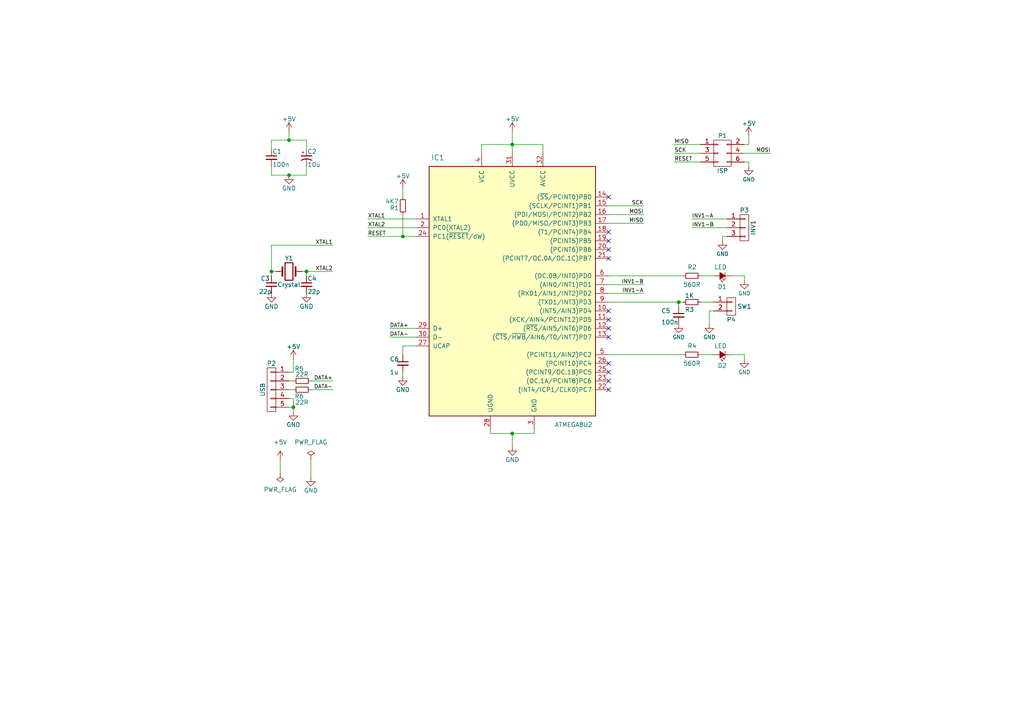
<source format=kicad_sch>
(kicad_sch (version 20211123) (generator eeschema)
  (paper "A4")
  (title_block (title "USB MIDIPOD") (date "2014-05-11") (rev "0.3") (company "Luc Hondareyte"))
  (lib_symbols
    (symbol "Device:CP1_Small" (pin_numbers hide) (pin_names (offset 0.254) hide)
      (property "Reference" "C" (at 0.254 1.778 0))
      (property "Value" "Device_CP1_Small" (at 0.254 -2.032 0))
      (symbol "CP1_Small_0_1"
        (polyline (pts (xy -1.524 0.508) (xy 1.524 0.508)) (stroke (width 0.3048)))
        (polyline (pts (xy -1.27 1.524) (xy -0.762 1.524)))
        (polyline (pts (xy -1.016 1.27) (xy -1.016 1.778)))
        (arc (start 1.524 -0.762) (mid 0 -0.3734) (end -1.524 -0.762) (stroke (width 0.3048)))
      )
      (symbol "CP1_Small_1_1"
        (pin passive line (at 0 2.54 270) (length 2.032) (name "~") (number "1"))
        (pin passive line (at 0 -2.54 90) (length 2.032) (name "~") (number "2"))
      )
    )
    (symbol "Device:C_Small" (pin_numbers hide) (pin_names (offset 0.254) hide)
      (property "Reference" "C" (at 0.254 1.778 0))
      (property "Value" "C_Small" (at 0.254 -2.032 0))
      (symbol "C_Small_0_1"
        (polyline (pts (xy -1.524 -0.508) (xy 1.524 -0.508)) (stroke (width 0.3302)))
        (polyline (pts (xy -1.524 0.508) (xy 1.524 0.508)) (stroke (width 0.3048)))
      )
      (symbol "C_Small_1_1"
        (pin passive line (at 0 2.54 270) (length 2.032) (name "~") (number "1"))
        (pin passive line (at 0 -2.54 90) (length 2.032) (name "~") (number "2"))
      )
    )
    (symbol "Device:Crystal" (pin_numbers hide) (pin_names (offset 1.016) hide)
      (property "Reference" "Y" (at 0 3.81 0))
      (property "Value" "Crystal" (at 0 -3.81 0))
      (symbol "Crystal_0_1"
        (rectangle (start -1.143 2.54) (end 1.143 -2.54) (stroke (width 0.3048)))
        (polyline (pts (xy -2.54 0) (xy -1.905 0)))
        (polyline (pts (xy -1.905 -1.27) (xy -1.905 1.27)) (stroke (width 0.508)))
        (polyline (pts (xy 1.905 -1.27) (xy 1.905 1.27)) (stroke (width 0.508)))
        (polyline (pts (xy 2.54 0) (xy 1.905 0)))
      )
      (symbol "Crystal_1_1"
        (pin passive line (at -3.81 0 0) (length 1.27) (name "1") (number "1"))
        (pin passive line (at 3.81 0 180) (length 1.27) (name "2") (number "2"))
      )
    )
    (symbol "Device:LED_Small_ALT" (pin_numbers hide) (pin_names (offset 0.254) hide)
      (property "Reference" "D" (at -1.27 3.175 0))
      (property "Value" "Device_LED_Small_ALT" (at -4.445 -2.54 0))
      (symbol "LED_Small_ALT_0_1"
        (polyline (pts (xy -0.762 -1.016) (xy -0.762 1.016)))
        (polyline (pts (xy 1.016 0) (xy -0.762 0)))
        (polyline (pts (xy 0.762 -1.016) (xy -0.762 0) (xy 0.762 1.016) (xy 0.762 -1.016)) (fill (type outline)))
        (polyline (pts (xy 0 0.762) (xy -0.508 1.27) (xy -0.254 1.27) (xy -0.508 1.27) (xy -0.508 1.016)))
        (polyline (pts (xy 0.508 1.27) (xy 0 1.778) (xy 0.254 1.778) (xy 0 1.778) (xy 0 1.524)))
      )
      (symbol "LED_Small_ALT_1_1"
        (pin passive line (at -2.54 0 0) (length 1.778) (name "K") (number "1"))
        (pin passive line (at 2.54 0 180) (length 1.778) (name "A") (number "2"))
      )
    )
    (symbol "Device:R_Small" (pin_numbers hide) (pin_names (offset 0.254) hide)
      (property "Reference" "R" (at 0.762 0.508 0))
      (property "Value" "R_Small" (at 0.762 -1.016 0))
      (symbol "R_Small_0_1"
        (rectangle (start -0.762 1.778) (end 0.762 -1.778) (stroke (width 0.2032)))
      )
      (symbol "R_Small_1_1"
        (pin passive line (at 0 2.54 270) (length 0.762) (name "~") (number "1"))
        (pin passive line (at 0 -2.54 90) (length 0.762) (name "~") (number "2"))
      )
    )
    (symbol "midipod-rescue:CONN_01X02" (pin_names (offset 1.016) hide)
      (property "Reference" "J" (at 0 3.81 0))
      (property "Value" "CONN_01X02" (at 2.54 0 90))
      (symbol "CONN_01X02_0_1"
        (rectangle (start -1.27 -1.143) (end 0.254 -1.397))
        (rectangle (start -1.27 1.397) (end 0.254 1.143))
        (rectangle (start -1.27 2.54) (end 1.27 -2.54))
      )
      (symbol "CONN_01X02_1_1"
        (pin passive line (at -5.08 1.27 0) (length 3.81) (name "P1") (number "1"))
        (pin passive line (at -5.08 -1.27 0) (length 3.81) (name "P2") (number "2"))
      )
    )
    (symbol "midipod-rescue:CONN_01X03" (pin_names (offset 1.016) hide)
      (property "Reference" "J" (at 0 5.08 0))
      (property "Value" "CONN_01X03" (at 2.54 0 90))
      (symbol "CONN_01X03_0_1"
        (rectangle (start -1.27 -2.413) (end 0.254 -2.667))
        (rectangle (start -1.27 0.127) (end 0.254 -0.127))
        (rectangle (start -1.27 2.667) (end 0.254 2.413))
        (rectangle (start -1.27 3.81) (end 1.27 -3.81))
      )
      (symbol "CONN_01X03_1_1"
        (pin passive line (at -5.08 2.54 0) (length 3.81) (name "P1") (number "1"))
        (pin passive line (at -5.08 0 0) (length 3.81) (name "P2") (number "2"))
        (pin passive line (at -5.08 -2.54 0) (length 3.81) (name "P3") (number "3"))
      )
    )
    (symbol "midipod-rescue:CONN_01X05" (pin_names (offset 1.016) hide)
      (property "Reference" "J" (at 0 7.62 0))
      (property "Value" "CONN_01X05" (at 2.54 0 90))
      (symbol "CONN_01X05_0_1"
        (rectangle (start -1.27 -4.953) (end 0.254 -5.207))
        (rectangle (start -1.27 -2.413) (end 0.254 -2.667))
        (rectangle (start -1.27 0.127) (end 0.254 -0.127))
        (rectangle (start -1.27 2.667) (end 0.254 2.413))
        (rectangle (start -1.27 5.207) (end 0.254 4.953))
        (rectangle (start -1.27 6.35) (end 1.27 -6.35))
      )
      (symbol "CONN_01X05_1_1"
        (pin passive line (at -5.08 5.08 0) (length 3.81) (name "P1") (number "1"))
        (pin passive line (at -5.08 2.54 0) (length 3.81) (name "P2") (number "2"))
        (pin passive line (at -5.08 0 0) (length 3.81) (name "P3") (number "3"))
        (pin passive line (at -5.08 -2.54 0) (length 3.81) (name "P4") (number "4"))
        (pin passive line (at -5.08 -5.08 0) (length 3.81) (name "P5") (number "5"))
      )
    )
    (symbol "midipod-rescue:CONN_02X03" (pin_names (offset 0.0254) hide)
      (property "Reference" "J" (at 0 5.08 0))
      (property "Value" "CONN_02X03" (at 0 -5.08 0))
      (symbol "CONN_02X03_0_1"
        (rectangle (start -2.54 -2.413) (end -1.27 -2.667))
        (rectangle (start -2.54 0.127) (end -1.27 -0.127))
        (rectangle (start -2.54 2.667) (end -1.27 2.413))
        (rectangle (start -2.54 3.81) (end 2.54 -3.81))
        (rectangle (start 1.27 -2.413) (end 2.54 -2.667))
        (rectangle (start 1.27 0.127) (end 2.54 -0.127))
        (rectangle (start 1.27 2.667) (end 2.54 2.413))
      )
      (symbol "CONN_02X03_1_1"
        (pin passive line (at -6.35 2.54 0) (length 3.81) (name "P1") (number "1"))
        (pin passive line (at 6.35 2.54 180) (length 3.81) (name "P2") (number "2"))
        (pin passive line (at -6.35 0 0) (length 3.81) (name "P3") (number "3"))
        (pin passive line (at 6.35 0 180) (length 3.81) (name "P4") (number "4"))
        (pin passive line (at -6.35 -2.54 0) (length 3.81) (name "P5") (number "5"))
        (pin passive line (at 6.35 -2.54 180) (length 3.81) (name "P6") (number "6"))
      )
    )
    (symbol "midipod-rescue:LFT-ATMEGA16U2" (pin_names (offset 1.016))
      (property "Reference" "IC" (at -21.59 39.37 0))
      (property "Value" "LFT-ATMEGA16U2" (at 17.78 -38.1 0))
      (property "Footprint" "TQFP-32" (at -3.81 1.27 0))
      (symbol "LFT-ATMEGA16U2_0_1"
        (rectangle (start -24.13 36.83) (end 24.13 -35.56) (stroke (width 0.254)) (fill (type background)))
      )
      (symbol "LFT-ATMEGA16U2_1_1"
        (pin input line (at -27.94 21.59 0) (length 3.81) (name "XTAL1") (number "1"))
        (pin bidirectional line (at 27.94 -5.08 180) (length 3.81) (name "(INT5/AIN3)PD4") (number "10"))
        (pin bidirectional line (at 27.94 -7.62 180) (length 3.81) (name "(XCK/AIN4/PCINT12)PD5") (number "11"))
        (pin bidirectional line (at 27.94 -10.16 180) (length 3.81) (name "(~{RTS}/AIN5/INT6)PD6") (number "12"))
        (pin bidirectional line (at 27.94 -12.7 180) (length 3.81) (name "(~{CTS}/~{HWB}/AIN6/T0/INT7)PD7") (number "13"))
        (pin bidirectional line (at 27.94 27.94 180) (length 3.81) (name "(~{SS}/PCINT0)PB0") (number "14"))
        (pin bidirectional line (at 27.94 25.4 180) (length 3.81) (name "(SCLK/PCINT1)PB1") (number "15"))
        (pin bidirectional line (at 27.94 22.86 180) (length 3.81) (name "(PDI/MOSI/PCINT2)PB2") (number "16"))
        (pin bidirectional line (at 27.94 20.32 180) (length 3.81) (name "(PD0/MISO/PCINT3)PB3") (number "17"))
        (pin bidirectional line (at 27.94 17.78 180) (length 3.81) (name "(T1/PCINT4)PB4") (number "18"))
        (pin bidirectional line (at 27.94 15.24 180) (length 3.81) (name "(PCINT5)PB5") (number "19"))
        (pin bidirectional line (at -27.94 19.05 0) (length 3.81) (name "PC0(XTAL2)") (number "2"))
        (pin bidirectional line (at 27.94 12.7 180) (length 3.81) (name "(PCINT6)PB6") (number "20"))
        (pin bidirectional line (at 27.94 10.16 180) (length 3.81) (name "(PCINT7/OC.0A/OC.1C)PB7") (number "21"))
        (pin bidirectional line (at 27.94 -27.94 180) (length 3.81) (name "(INT4/ICP1/CLK0)PC7") (number "22"))
        (pin bidirectional line (at 27.94 -25.4 180) (length 3.81) (name "(OC.1A/PCINT8)PC6") (number "23"))
        (pin bidirectional line (at -27.94 16.51 0) (length 3.81) (name "PC1(~{RESET}/dW)") (number "24"))
        (pin bidirectional line (at 27.94 -22.86 180) (length 3.81) (name "(PCINT9/OC.1B)PC5") (number "25"))
        (pin bidirectional line (at 27.94 -20.32 180) (length 3.81) (name "(PCINT10)PC4") (number "26"))
        (pin passive line (at -27.94 -15.24 0) (length 3.81) (name "UCAP") (number "27"))
        (pin power_in line (at -6.35 -39.37 90) (length 3.81) (name "UGND") (number "28"))
        (pin bidirectional line (at -27.94 -10.16 0) (length 3.81) (name "D+") (number "29"))
        (pin power_in line (at 6.35 -39.37 90) (length 3.81) (name "GND") (number "3"))
        (pin bidirectional line (at -27.94 -12.7 0) (length 3.81) (name "D-") (number "30"))
        (pin power_in line (at 0 40.64 270) (length 3.81) (name "UVCC") (number "31"))
        (pin power_in line (at 8.89 40.64 270) (length 3.81) (name "AVCC") (number "32"))
        (pin power_in line (at -8.89 40.64 270) (length 3.81) (name "VCC") (number "4"))
        (pin bidirectional line (at 27.94 -17.78 180) (length 3.81) (name "(PCINT11/AIN2)PC2") (number "5"))
        (pin bidirectional line (at 27.94 5.08 180) (length 3.81) (name "(OC.0B/INT0)PD0") (number "6"))
        (pin bidirectional line (at 27.94 2.54 180) (length 3.81) (name "(AIN0/INT1)PD1") (number "7"))
        (pin bidirectional line (at 27.94 0 180) (length 3.81) (name "(RXD1/AIN1/INT2)PD2") (number "8"))
        (pin bidirectional line (at 27.94 -2.54 180) (length 3.81) (name "(TXD1/INT3)PD3") (number "9"))
      )
    )
    (symbol "power:+5V" (power) (pin_names (offset 0))
      (property "Value" "+5V" (at 0 3.556 0))
      (symbol "+5V_0_1"
        (polyline (pts (xy -0.762 1.27) (xy 0 2.54)))
        (polyline (pts (xy 0 0) (xy 0 2.54)))
        (polyline (pts (xy 0 2.54) (xy 0.762 1.27)))
      )
      (symbol "+5V_1_1"
        (pin power_in line (at 0 0 90) (length 0) hide (name "+5V") (number "1"))
      )
    )
    (symbol "power:GND" (power) (pin_names (offset 0))
      (property "Value" "GND" (at 0 -3.81 0))
      (symbol "GND_0_1"
        (polyline (pts (xy 0 0) (xy 0 -1.27) (xy 1.27 -1.27) (xy 0 -2.54) (xy -1.27 -1.27) (xy 0 -1.27)))
      )
      (symbol "GND_1_1"
        (pin power_in line (at 0 0 270) (length 0) hide (name "GND") (number "1"))
      )
    )
    (symbol "power:PWR_FLAG" (power) (pin_numbers hide) (pin_names (offset 0) hide)
      (property "Value" "PWR_FLAG" (at 0 3.81 0))
      (symbol "PWR_FLAG_0_0"
        (pin power_out line (at 0 0 90) (length 0) (name "pwr") (number "1"))
      )
      (symbol "PWR_FLAG_0_1"
        (polyline (pts (xy 0 0) (xy 0 1.27) (xy -1.016 1.905) (xy 0 2.54) (xy 1.016 1.905) (xy 0 1.27)))
      )
    )
  )
  (junction (at 83.82 40.64))
  (junction (at 148.59 125.73))
  (junction (at 88.9 78.74))
  (junction (at 196.85 87.63))
  (junction (at 116.84 68.58))
  (junction (at 83.82 50.8))
  (junction (at 78.74 78.74))
  (junction (at 148.59 41.91))
  (junction (at 85.09 118.11))
  (no_connect (at 176.53 72.39))
  (no_connect (at 176.53 95.25))
  (no_connect (at 176.53 110.49))
  (no_connect (at 176.53 90.17))
  (no_connect (at 176.53 92.71))
  (no_connect (at 176.53 113.03))
  (no_connect (at 176.53 97.79))
  (no_connect (at 176.53 67.31))
  (no_connect (at 176.53 57.15))
  (no_connect (at 176.53 69.85))
  (no_connect (at 176.53 105.41))
  (no_connect (at 176.53 107.95))
  (no_connect (at 176.53 74.93))
  (wire (pts (xy 209.55 68.58) (xy 210.82 68.58)))
  (wire (pts (xy 113.03 97.79) (xy 120.65 97.79)))
  (wire (pts (xy 203.2 87.63) (xy 207.01 87.63)))
  (wire (pts (xy 106.68 68.58) (xy 116.84 68.58)))
  (wire (pts (xy 203.2 102.87) (xy 207.01 102.87)))
  (wire (pts (xy 83.82 113.03) (xy 85.09 113.03)))
  (wire (pts (xy 80.01 78.74) (xy 78.74 78.74)))
  (wire (pts (xy 139.7 44.45) (xy 139.7 41.91)))
  (wire (pts (xy 176.53 82.55) (xy 186.69 82.55)))
  (wire (pts (xy 215.9 44.45) (xy 223.52 44.45)))
  (wire (pts (xy 176.53 85.09) (xy 186.69 85.09)))
  (wire (pts (xy 142.24 124.46) (xy 142.24 125.73)))
  (wire (pts (xy 83.82 110.49) (xy 85.09 110.49)))
  (wire (pts (xy 83.82 107.95) (xy 85.09 107.95)))
  (wire (pts (xy 78.74 78.74) (xy 78.74 80.01)))
  (wire (pts (xy 176.53 80.01) (xy 198.12 80.01)))
  (wire (pts (xy 205.74 90.17) (xy 207.01 90.17)))
  (wire (pts (xy 90.17 110.49) (xy 96.52 110.49)))
  (wire (pts (xy 87.63 78.74) (xy 88.9 78.74)))
  (wire (pts (xy 212.09 80.01) (xy 215.9 80.01)))
  (wire (pts (xy 116.84 62.23) (xy 116.84 68.58)))
  (wire (pts (xy 209.55 69.85) (xy 209.55 68.58)))
  (wire (pts (xy 83.82 40.64) (xy 88.9 40.64)))
  (wire (pts (xy 148.59 41.91) (xy 148.59 44.45)))
  (wire (pts (xy 116.84 68.58) (xy 120.65 68.58)))
  (wire (pts (xy 106.68 63.5) (xy 120.65 63.5)))
  (wire (pts (xy 116.84 109.22) (xy 116.84 107.95)))
  (wire (pts (xy 106.68 66.04) (xy 120.65 66.04)))
  (wire (pts (xy 157.48 41.91) (xy 157.48 44.45)))
  (wire (pts (xy 196.85 87.63) (xy 198.12 87.63)))
  (wire (pts (xy 176.53 62.23) (xy 186.69 62.23)))
  (wire (pts (xy 200.66 66.04) (xy 210.82 66.04)))
  (wire (pts (xy 217.17 46.99) (xy 217.17 48.26)))
  (wire (pts (xy 88.9 78.74) (xy 88.9 80.01)))
  (wire (pts (xy 85.09 107.95) (xy 85.09 104.14)))
  (wire (pts (xy 176.53 87.63) (xy 196.85 87.63)))
  (wire (pts (xy 148.59 38.1) (xy 148.59 41.91)))
  (wire (pts (xy 116.84 57.15) (xy 116.84 54.61)))
  (wire (pts (xy 148.59 125.73) (xy 148.59 129.54)))
  (wire (pts (xy 113.03 95.25) (xy 120.65 95.25)))
  (wire (pts (xy 78.74 71.12) (xy 78.74 78.74)))
  (wire (pts (xy 83.82 50.8) (xy 88.9 50.8)))
  (wire (pts (xy 196.85 87.63) (xy 196.85 88.9)))
  (wire (pts (xy 81.28 137.16) (xy 81.28 133.35)))
  (wire (pts (xy 120.65 100.33) (xy 116.84 100.33)))
  (wire (pts (xy 195.58 44.45) (xy 203.2 44.45)))
  (wire (pts (xy 90.17 113.03) (xy 96.52 113.03)))
  (wire (pts (xy 148.59 125.73) (xy 154.94 125.73)))
  (wire (pts (xy 205.74 93.98) (xy 205.74 90.17)))
  (wire (pts (xy 88.9 50.8) (xy 88.9 48.26)))
  (wire (pts (xy 203.2 80.01) (xy 207.01 80.01)))
  (wire (pts (xy 215.9 41.91) (xy 217.17 41.91)))
  (wire (pts (xy 83.82 40.64) (xy 83.82 38.1)))
  (wire (pts (xy 176.53 59.69) (xy 186.69 59.69)))
  (wire (pts (xy 215.9 102.87) (xy 215.9 104.14)))
  (wire (pts (xy 154.94 125.73) (xy 154.94 124.46)))
  (wire (pts (xy 78.74 40.64) (xy 83.82 40.64)))
  (wire (pts (xy 78.74 43.18) (xy 78.74 40.64)))
  (wire (pts (xy 176.53 102.87) (xy 198.12 102.87)))
  (wire (pts (xy 88.9 40.64) (xy 88.9 43.18)))
  (wire (pts (xy 85.09 115.57) (xy 85.09 118.11)))
  (wire (pts (xy 215.9 46.99) (xy 217.17 46.99)))
  (wire (pts (xy 215.9 80.01) (xy 215.9 81.28)))
  (wire (pts (xy 88.9 78.74) (xy 96.52 78.74)))
  (wire (pts (xy 195.58 41.91) (xy 203.2 41.91)))
  (wire (pts (xy 85.09 118.11) (xy 83.82 118.11)))
  (wire (pts (xy 85.09 118.11) (xy 85.09 119.38)))
  (wire (pts (xy 116.84 100.33) (xy 116.84 102.87)))
  (wire (pts (xy 142.24 125.73) (xy 148.59 125.73)))
  (wire (pts (xy 90.17 133.35) (xy 90.17 138.43)))
  (wire (pts (xy 78.74 50.8) (xy 83.82 50.8)))
  (wire (pts (xy 78.74 71.12) (xy 96.52 71.12)))
  (wire (pts (xy 83.82 115.57) (xy 85.09 115.57)))
  (wire (pts (xy 148.59 41.91) (xy 157.48 41.91)))
  (wire (pts (xy 176.53 64.77) (xy 186.69 64.77)))
  (wire (pts (xy 210.82 63.5) (xy 200.66 63.5)))
  (wire (pts (xy 78.74 48.26) (xy 78.74 50.8)))
  (wire (pts (xy 212.09 102.87) (xy 215.9 102.87)))
  (wire (pts (xy 195.58 46.99) (xy 203.2 46.99)))
  (wire (pts (xy 217.17 41.91) (xy 217.17 39.37)))
  (wire (pts (xy 139.7 41.91) (xy 148.59 41.91)))
  (label "XTAL2" (at 106.68 66.04 0) (effects (font (size 1.1176 1.1176))))
  (label "DATA+" (at 96.52 110.49 180) (effects (font (size 1.1176 1.1176))))
  (label "DATA-" (at 96.52 113.03 180) (effects (font (size 1.1176 1.1176))))
  (label "MOSI" (at 223.52 44.45 180) (effects (font (size 1.1176 1.1176))))
  (label "RESET" (at 106.68 68.58 0) (effects (font (size 1.1176 1.1176))))
  (label "XTAL1" (at 106.68 63.5 0) (effects (font (size 1.1176 1.1176))))
  (label "MISO" (at 186.69 64.77 180) (effects (font (size 1.1176 1.1176))))
  (label "MOSI" (at 186.69 62.23 180) (effects (font (size 1.1176 1.1176))))
  (label "INV1-B" (at 186.69 82.55 180) (effects (font (size 1.1176 1.1176))))
  (label "MISO" (at 195.58 41.91 0) (effects (font (size 1.1176 1.1176))))
  (label "SCK" (at 186.69 59.69 180) (effects (font (size 1.1176 1.1176))))
  (label "RESET" (at 195.58 46.99 0) (effects (font (size 1.1176 1.1176))))
  (label "XTAL1" (at 96.52 71.12 180) (effects (font (size 1.1176 1.1176))))
  (label "DATA+" (at 113.03 95.25 0) (effects (font (size 1.1176 1.1176))))
  (label "SCK" (at 195.58 44.45 0) (effects (font (size 1.1176 1.1176))))
  (label "INV1-A" (at 186.69 85.09 180) (effects (font (size 1.1176 1.1176))))
  (label "INV1-A" (at 200.66 63.5 0) (effects (font (size 1.1176 1.1176))))
  (label "XTAL2" (at 96.52 78.74 180) (effects (font (size 1.1176 1.1176))))
  (label "INV1-B" (at 200.66 66.04 0) (effects (font (size 1.1176 1.1176))))
  (label "DATA-" (at 113.03 97.79 0) (effects (font (size 1.1176 1.1176))))
  (symbol (lib_id "Device:Crystal") (at 83.82 78.74 0) (unit 1)
    (property "Reference" "Y1" (at 83.82 74.93 0))
    (property "Value" "Crystal" (at 83.82 82.55 0))
    (property "Footprint" "Crystals:Crystal_HC49-U_Vertical" (effects hide))
  )
  (symbol (lib_id "Device:C_Small") (at 88.9 82.55 0) (unit 1)
    (property "Reference" "C4" (at 89.154 80.772 0) (effects (justify left)))
    (property "Value" "22p" (at 89.154 84.582 0) (effects (justify left)))
    (property "Footprint" "Capacitors_SMD:C_1206_HandSoldering" (effects hide))
  )
  (symbol (lib_id "Device:C_Small") (at 78.74 82.55 0) (unit 1)
    (property "Reference" "C3" (at 75.565 80.772 0) (effects (justify left)))
    (property "Value" "22p" (at 75.057 84.582 0) (effects (justify left)))
    (property "Footprint" "Capacitors_SMD:C_1206_HandSoldering" (effects hide))
  )
  (symbol (lib_id "Device:C_Small") (at 78.74 45.72 0) (unit 1)
    (property "Reference" "C1" (at 78.994 43.942 0) (effects (justify left)))
    (property "Value" "100n" (at 78.994 47.752 0) (effects (justify left)))
    (property "Footprint" "Capacitors_SMD:C_1206_HandSoldering" (effects hide))
  )
  (symbol (lib_id "Device:CP1_Small") (at 88.9 45.72 0) (unit 1)
    (property "Reference" "C2" (at 89.154 43.942 0) (effects (justify left)))
    (property "Value" "10u" (at 89.154 47.752 0) (effects (justify left)))
    (property "Footprint" "Capacitors_ThroughHole:C_Radial_D5_L11_P2.5" (effects hide))
  )
  (symbol (lib_id "power:GND") (at 78.74 85.09 0) (unit 1)
    (property "Reference" "#PWR01" (effects hide))
    (property "Value" "GND" (at 78.74 88.9 0))
  )
  (symbol (lib_id "power:GND") (at 88.9 85.09 0) (unit 1)
    (property "Reference" "#PWR07" (effects hide))
    (property "Value" "GND" (at 88.9 88.9 0))
  )
  (symbol (lib_id "power:GND") (at 83.82 50.8 0) (unit 1)
    (property "Reference" "#PWR04" (effects hide))
    (property "Value" "GND" (at 83.82 54.61 0))
  )
  (symbol (lib_id "Device:R_Small") (at 87.63 110.49 90) (unit 1)
    (property "Reference" "R5" (at 88.138 106.934 90) (effects (justify left)))
    (property "Value" "22R" (at 89.535 108.585 90) (effects (justify left)))
    (property "Footprint" "Resistors_SMD:R_1206_HandSoldering" (effects hide))
  )
  (symbol (lib_id "Device:R_Small") (at 87.63 113.03 90) (unit 1)
    (property "Reference" "R6" (at 88.138 114.935 90) (effects (justify left)))
    (property "Value" "22R" (at 89.535 116.713 90) (effects (justify left)))
    (property "Footprint" "Resistors_SMD:R_1206_HandSoldering" (effects hide))
  )
  (symbol (lib_id "Device:R_Small") (at 116.84 59.69 0) (unit 1)
    (property "Reference" "R1" (at 113.03 60.325 0) (effects (justify left)))
    (property "Value" "4K7" (at 111.76 58.42 0) (effects (justify left)))
    (property "Footprint" "Resistors_SMD:R_1206_HandSoldering" (effects hide))
  )
  (symbol (lib_id "power:+5V") (at 148.59 38.1 0) (unit 1)
    (property "Reference" "#PWR011" (effects hide))
    (property "Value" "+5V" (at 148.59 34.544 0))
  )
  (symbol (lib_id "power:+5V") (at 83.82 38.1 0) (unit 1)
    (property "Reference" "#PWR03" (effects hide))
    (property "Value" "+5V" (at 83.82 34.544 0))
  )
  (symbol (lib_id "power:+5V") (at 85.09 104.14 0) (unit 1)
    (property "Reference" "#PWR05" (effects hide))
    (property "Value" "+5V" (at 85.09 100.584 0))
  )
  (symbol (lib_id "power:GND") (at 148.59 129.54 0) (unit 1)
    (property "Reference" "#PWR012" (effects hide))
    (property "Value" "GND" (at 148.59 133.35 0))
  )
  (symbol (lib_id "power:GND") (at 85.09 119.38 0) (unit 1)
    (property "Reference" "#PWR06" (effects hide))
    (property "Value" "GND" (at 85.09 123.19 0))
  )
  (symbol (lib_id "midipod-rescue:LFT-ATMEGA16U2") (at 148.59 85.09 0) (unit 1)
    (property "Reference" "IC1" (at 127 45.72 0) (effects (font (size 1.524 1.524))))
    (property "Value" "ATMEGA8U2" (at 166.37 123.19 0))
    (property "Footprint" "Housings_QFP:TQFP-32_7x7mm_Pitch0.8mm" (effects hide))
    (property "Datasheet" "http://www.atmel.com/Images/doc7799.pdf" (effects hide))
  )
  (symbol (lib_id "power:GND") (at 116.84 109.22 0) (unit 1)
    (property "Reference" "#PWR010" (effects hide))
    (property "Value" "GND" (at 116.84 113.03 0))
  )
  (symbol (lib_id "power:+5V") (at 116.84 54.61 0) (unit 1)
    (property "Reference" "#PWR09" (effects hide))
    (property "Value" "+5V" (at 116.84 51.054 0))
  )
  (symbol (lib_id "Device:R_Small") (at 200.66 87.63 270) (unit 1)
    (property "Reference" "R3" (at 198.628 89.789 90) (effects (justify left)))
    (property "Value" "1K" (at 198.628 85.725 90) (effects (justify left)))
    (property "Footprint" "Resistors_SMD:R_1206_HandSoldering" (effects hide))
  )
  (symbol (lib_id "Device:C_Small") (at 196.85 91.44 0) (unit 1)
    (property "Reference" "C5" (at 191.77 90.17 0) (effects (justify left)))
    (property "Value" "100n" (at 191.77 93.472 0) (effects (justify left)))
    (property "Footprint" "Capacitors_SMD:C_1206_HandSoldering" (effects hide))
  )
  (symbol (lib_id "power:GND") (at 90.17 138.43 0) (unit 1)
    (property "Reference" "#PWR08" (effects hide))
    (property "Value" "GND" (at 90.17 142.24 0))
  )
  (symbol (lib_id "power:+5V") (at 81.28 133.35 0) (unit 1)
    (property "Reference" "#PWR02" (effects hide))
    (property "Value" "+5V" (at 81.28 128.27 0))
  )
  (symbol (lib_id "Device:R_Small") (at 200.66 80.01 270) (unit 1)
    (property "Reference" "R2" (at 199.39 77.47 90) (effects (justify left)))
    (property "Value" "560R" (at 198.12 82.55 90) (effects (justify left)))
    (property "Footprint" "Resistors_SMD:R_1206_HandSoldering" (effects hide))
  )
  (symbol (lib_id "Device:R_Small") (at 200.66 102.87 270) (unit 1)
    (property "Reference" "R4" (at 199.39 100.33 90) (effects (justify left)))
    (property "Value" "560R" (at 198.12 105.41 90) (effects (justify left)))
    (property "Footprint" "Resistors_SMD:R_1206_HandSoldering" (effects hide))
  )
  (symbol (lib_id "midipod-rescue:CONN_01X03") (at 215.9 66.04 0) (unit 1)
    (property "Reference" "P3" (at 215.9 60.96 0))
    (property "Value" "INV1" (at 218.44 66.04 90))
    (property "Footprint" "Pin_Headers:Pin_Header_Angled_1x03" (effects hide))
  )
  (symbol (lib_id "midipod-rescue:CONN_02X03") (at 209.55 44.45 0) (unit 1)
    (property "Reference" "P1" (at 209.55 39.37 0))
    (property "Value" "ISP" (at 209.55 49.53 0))
    (property "Footprint" "Pin_Headers:Pin_Header_Straight_2x03" (effects hide))
  )
  (symbol (lib_id "power:GND") (at 215.9 81.28 0) (unit 1)
    (property "Reference" "#PWR016" (effects hide))
    (property "Value" "GND" (at 215.9 85.09 0) (effects (font (size 1.1176 1.1176))))
  )
  (symbol (lib_id "power:+5V") (at 217.17 39.37 0) (unit 1)
    (property "Reference" "#PWR018" (effects hide))
    (property "Value" "+5V" (at 217.17 35.814 0))
  )
  (symbol (lib_id "midipod-rescue:CONN_01X05") (at 78.74 113.03 0) (mirror y) (unit 1)
    (property "Reference" "P2" (at 78.74 105.41 0))
    (property "Value" "USB" (at 76.2 113.03 90))
    (property "Footprint" "Connect:USB_B" (effects hide))
  )
  (symbol (lib_id "Device:C_Small") (at 116.84 105.41 0) (unit 1)
    (property "Reference" "C6" (at 113.03 104.14 0) (effects (justify left)))
    (property "Value" "1u" (at 113.03 107.95 0) (effects (justify left)))
    (property "Footprint" "Capacitors_SMD:C_1206_HandSoldering" (effects hide))
  )
  (symbol (lib_id "midipod-rescue:CONN_01X02") (at 212.09 88.9 0) (unit 1)
    (property "Reference" "P4" (at 212.09 92.71 0))
    (property "Value" "SW1" (at 215.9 88.9 0))
    (property "Footprint" "Pin_Headers:Pin_Header_Angled_1x02" (effects hide))
  )
  (symbol (lib_id "power:PWR_FLAG") (at 90.17 133.35 0) (unit 1)
    (property "Reference" "#FLG02" (effects hide))
    (property "Value" "PWR_FLAG" (at 90.17 128.27 0))
  )
  (symbol (lib_id "power:PWR_FLAG") (at 81.28 137.16 180) (unit 1)
    (property "Reference" "#FLG01" (effects hide))
    (property "Value" "PWR_FLAG" (at 81.28 141.986 0))
  )
  (symbol (lib_id "Device:LED_Small_ALT") (at 209.55 80.01 180) (unit 1)
    (property "Reference" "D1" (at 210.82 83.185 0) (effects (justify left)))
    (property "Value" "LED" (at 210.82 77.47 0) (effects (justify left)))
    (property "Footprint" "LED_THT:LED_D3.0mm_Horizontal_O1.27mm_Z2.0mm_Clear" (effects hide))
  )
  (symbol (lib_id "Device:LED_Small_ALT") (at 209.55 102.87 180) (unit 1)
    (property "Reference" "D2" (at 210.82 106.045 0) (effects (justify left)))
    (property "Value" "LED" (at 210.82 100.33 0) (effects (justify left)))
    (property "Footprint" "LED_THT:LED_D3.0mm_Horizontal_O1.27mm_Z2.0mm_Clear" (effects hide))
  )
  (symbol (lib_id "power:GND") (at 215.9 104.14 0) (unit 1)
    (property "Reference" "#PWR017" (effects hide))
    (property "Value" "GND" (at 215.9 107.95 0) (effects (font (size 1.1176 1.1176))))
  )
  (symbol (lib_id "power:GND") (at 205.74 93.98 0) (unit 1)
    (property "Reference" "#PWR014" (effects hide))
    (property "Value" "GND" (at 205.74 97.79 0) (effects (font (size 1.1176 1.1176))))
  )
  (symbol (lib_id "power:GND") (at 196.85 93.98 0) (unit 1)
    (property "Reference" "#PWR013" (effects hide))
    (property "Value" "GND" (at 196.85 97.79 0) (effects (font (size 1.1176 1.1176))))
  )
  (symbol (lib_id "power:GND") (at 209.55 69.85 0) (unit 1)
    (property "Reference" "#PWR015" (effects hide))
    (property "Value" "GND" (at 209.55 73.66 0) (effects (font (size 1.1176 1.1176))))
  )
  (symbol (lib_id "power:GND") (at 217.17 48.26 0) (unit 1)
    (property "Reference" "#PWR019" (effects hide))
    (property "Value" "GND" (at 217.17 52.07 0) (effects (font (size 1.1176 1.1176))))
  )
)
</source>
